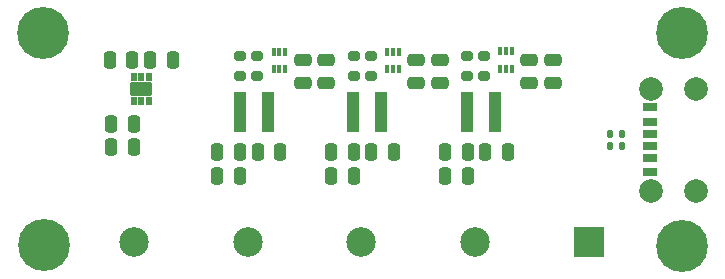
<source format=gbr>
%TF.GenerationSoftware,KiCad,Pcbnew,8.0.5*%
%TF.CreationDate,2024-11-27T10:58:11-07:00*%
%TF.ProjectId,PS2 PSU,50533220-5053-4552-9e6b-696361645f70,rev?*%
%TF.SameCoordinates,Original*%
%TF.FileFunction,Soldermask,Top*%
%TF.FilePolarity,Negative*%
%FSLAX46Y46*%
G04 Gerber Fmt 4.6, Leading zero omitted, Abs format (unit mm)*
G04 Created by KiCad (PCBNEW 8.0.5) date 2024-11-27 10:58:11*
%MOMM*%
%LPD*%
G01*
G04 APERTURE LIST*
G04 Aperture macros list*
%AMRoundRect*
0 Rectangle with rounded corners*
0 $1 Rounding radius*
0 $2 $3 $4 $5 $6 $7 $8 $9 X,Y pos of 4 corners*
0 Add a 4 corners polygon primitive as box body*
4,1,4,$2,$3,$4,$5,$6,$7,$8,$9,$2,$3,0*
0 Add four circle primitives for the rounded corners*
1,1,$1+$1,$2,$3*
1,1,$1+$1,$4,$5*
1,1,$1+$1,$6,$7*
1,1,$1+$1,$8,$9*
0 Add four rect primitives between the rounded corners*
20,1,$1+$1,$2,$3,$4,$5,0*
20,1,$1+$1,$4,$5,$6,$7,0*
20,1,$1+$1,$6,$7,$8,$9,0*
20,1,$1+$1,$8,$9,$2,$3,0*%
G04 Aperture macros list end*
%ADD10RoundRect,0.135000X0.135000X0.185000X-0.135000X0.185000X-0.135000X-0.185000X0.135000X-0.185000X0*%
%ADD11RoundRect,0.250000X-0.475000X0.250000X-0.475000X-0.250000X0.475000X-0.250000X0.475000X0.250000X0*%
%ADD12RoundRect,0.200000X0.275000X-0.200000X0.275000X0.200000X-0.275000X0.200000X-0.275000X-0.200000X0*%
%ADD13C,0.700000*%
%ADD14C,4.400000*%
%ADD15R,0.299999X0.670001*%
%ADD16R,0.980000X3.400000*%
%ADD17RoundRect,0.250000X-0.250000X-0.475000X0.250000X-0.475000X0.250000X0.475000X-0.250000X0.475000X0*%
%ADD18RoundRect,0.012600X0.239400X-0.314400X0.239400X0.314400X-0.239400X0.314400X-0.239400X-0.314400X0*%
%ADD19RoundRect,0.102000X0.800000X-0.500000X0.800000X0.500000X-0.800000X0.500000X-0.800000X-0.500000X0*%
%ADD20R,1.200000X0.700000*%
%ADD21R,1.200000X0.760000*%
%ADD22R,1.200000X0.800000*%
%ADD23C,2.010000*%
%ADD24RoundRect,0.250000X0.250000X0.475000X-0.250000X0.475000X-0.250000X-0.475000X0.250000X-0.475000X0*%
%ADD25R,2.500000X2.500000*%
%ADD26C,2.500000*%
G04 APERTURE END LIST*
D10*
%TO.C,R1*%
X192935000Y-91375000D03*
X191915000Y-91375000D03*
%TD*%
D11*
%TO.C,C12*%
X165875000Y-84150000D03*
X165875000Y-86050000D03*
%TD*%
D12*
%TO.C,R8*%
X162050000Y-85450000D03*
X162050000Y-83800000D03*
%TD*%
D13*
%TO.C,REF\u002A\u002A*%
X196350000Y-81825000D03*
X196833274Y-80658274D03*
X196833274Y-82991726D03*
X198000000Y-80175000D03*
D14*
X198000000Y-81825000D03*
D13*
X198000000Y-83475000D03*
X199166726Y-80658274D03*
X199166726Y-82991726D03*
X199650000Y-81825000D03*
%TD*%
D15*
%TO.C,U2*%
X173050001Y-84890001D03*
X173550000Y-84890001D03*
X174049999Y-84890001D03*
X174049999Y-83409999D03*
X173550000Y-83409999D03*
X173050001Y-83409999D03*
%TD*%
D16*
%TO.C,L3*%
X162935000Y-88525000D03*
X160565000Y-88525000D03*
%TD*%
D11*
%TO.C,C6*%
X177475000Y-84150000D03*
X177475000Y-86050000D03*
%TD*%
D12*
%TO.C,R6*%
X171675000Y-85450000D03*
X171675000Y-83800000D03*
%TD*%
D11*
%TO.C,C1*%
X187075000Y-84150000D03*
X187075000Y-86050000D03*
%TD*%
D17*
%TO.C,C16*%
X152975000Y-84125000D03*
X154875000Y-84125000D03*
%TD*%
D18*
%TO.C,U4*%
X151575000Y-87550000D03*
X152225000Y-87550000D03*
X152875000Y-87550000D03*
X152875000Y-85600000D03*
X152225000Y-85600000D03*
X151575000Y-85600000D03*
D19*
X152225000Y-86575000D03*
%TD*%
D20*
%TO.C,J1*%
X195297000Y-91375000D03*
D21*
X195297000Y-89355000D03*
D22*
X195297000Y-88125000D03*
D20*
X195297000Y-90375000D03*
D21*
X195297000Y-92395000D03*
D22*
X195297000Y-93625000D03*
D23*
X195377000Y-86555000D03*
X199177000Y-86555000D03*
X199177000Y-95195000D03*
X195377000Y-95195000D03*
%TD*%
D15*
%TO.C,U3*%
X163425002Y-84905002D03*
X163925001Y-84905002D03*
X164425000Y-84905002D03*
X164425000Y-83425000D03*
X163925001Y-83425000D03*
X163425002Y-83425000D03*
%TD*%
D12*
%TO.C,R5*%
X170200000Y-85450000D03*
X170200000Y-83800000D03*
%TD*%
D24*
%TO.C,C3*%
X179850000Y-91925000D03*
X177950000Y-91925000D03*
%TD*%
%TO.C,C14*%
X160575000Y-93900000D03*
X158675000Y-93900000D03*
%TD*%
D11*
%TO.C,C7*%
X175500000Y-84150000D03*
X175500000Y-86050000D03*
%TD*%
D13*
%TO.C,REF\u002A\u002A*%
X142275000Y-81850000D03*
X142758274Y-80683274D03*
X142758274Y-83016726D03*
X143925000Y-80200000D03*
D14*
X143925000Y-81850000D03*
D13*
X143925000Y-83500000D03*
X145091726Y-80683274D03*
X145091726Y-83016726D03*
X145575000Y-81850000D03*
%TD*%
D25*
%TO.C,GND*%
X190150000Y-99550000D03*
%TD*%
D12*
%TO.C,R7*%
X160575000Y-85450000D03*
X160575000Y-83800000D03*
%TD*%
D24*
%TO.C,C9*%
X170200000Y-93900000D03*
X168300000Y-93900000D03*
%TD*%
%TO.C,C18*%
X151575000Y-91500000D03*
X149675000Y-91500000D03*
%TD*%
%TO.C,C19*%
X151475000Y-84125000D03*
X149575000Y-84125000D03*
%TD*%
%TO.C,C13*%
X160575000Y-91925000D03*
X158675000Y-91925000D03*
%TD*%
D26*
%TO.C,1v8*%
X151575000Y-99525000D03*
%TD*%
%TO.C,1v*%
X161225000Y-99525000D03*
%TD*%
D11*
%TO.C,C11*%
X167850000Y-84150000D03*
X167850000Y-86050000D03*
%TD*%
D16*
%TO.C,L1*%
X182200001Y-88525001D03*
X179830001Y-88525001D03*
%TD*%
%TO.C,L2*%
X172560000Y-88525000D03*
X170190000Y-88525000D03*
%TD*%
D11*
%TO.C,C2*%
X185075000Y-84150000D03*
X185075000Y-86050000D03*
%TD*%
D17*
%TO.C,C15*%
X162075000Y-91925000D03*
X163975000Y-91925000D03*
%TD*%
D26*
%TO.C,3v3*%
X170850000Y-99550000D03*
%TD*%
D12*
%TO.C,R3*%
X181250000Y-85450000D03*
X181250000Y-83800000D03*
%TD*%
D13*
%TO.C,REF\u002A\u002A*%
X142300000Y-99800000D03*
X142783274Y-98633274D03*
X142783274Y-100966726D03*
X143950000Y-98150000D03*
D14*
X143950000Y-99800000D03*
D13*
X143950000Y-101450000D03*
X145116726Y-98633274D03*
X145116726Y-100966726D03*
X145600000Y-99800000D03*
%TD*%
D24*
%TO.C,C4*%
X179850000Y-93900000D03*
X177950000Y-93900000D03*
%TD*%
D26*
%TO.C,5v*%
X180500000Y-99550000D03*
%TD*%
D10*
%TO.C,R2*%
X192935000Y-90375000D03*
X191915000Y-90375000D03*
%TD*%
D17*
%TO.C,C10*%
X171700000Y-91925000D03*
X173600000Y-91925000D03*
%TD*%
D24*
%TO.C,C17*%
X151575000Y-89525000D03*
X149675000Y-89525000D03*
%TD*%
%TO.C,C8*%
X170200000Y-91925000D03*
X168300000Y-91925000D03*
%TD*%
D12*
%TO.C,R4*%
X179775000Y-85450000D03*
X179775000Y-83800000D03*
%TD*%
D13*
%TO.C,REF\u002A\u002A*%
X196325000Y-99900000D03*
X196808274Y-98733274D03*
X196808274Y-101066726D03*
X197975000Y-98250000D03*
D14*
X197975000Y-99900000D03*
D13*
X197975000Y-101550000D03*
X199141726Y-98733274D03*
X199141726Y-101066726D03*
X199625000Y-99900000D03*
%TD*%
D17*
%TO.C,C5*%
X181350000Y-91925000D03*
X183250000Y-91925000D03*
%TD*%
D15*
%TO.C,U1*%
X182625002Y-84880002D03*
X183125001Y-84880002D03*
X183625000Y-84880002D03*
X183625000Y-83400000D03*
X183125001Y-83400000D03*
X182625002Y-83400000D03*
%TD*%
M02*

</source>
